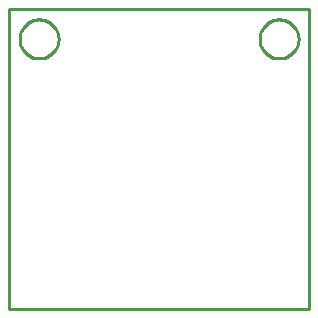
<source format=gko>
G04 EAGLE Gerber RS-274X export*
G75*
%MOMM*%
%FSLAX34Y34*%
%LPD*%
%IN*%
%IPPOS*%
%AMOC8*
5,1,8,0,0,1.08239X$1,22.5*%
G01*
%ADD10C,0.203200*%
%ADD11C,0.000000*%
%ADD12C,0.254000*%


D10*
X0Y0D02*
X0Y254000D01*
X254000Y254000D01*
X254000Y0D01*
X0Y0D01*
D11*
X8890Y228600D02*
X8895Y229005D01*
X8910Y229410D01*
X8935Y229815D01*
X8970Y230218D01*
X9014Y230621D01*
X9069Y231023D01*
X9133Y231423D01*
X9207Y231821D01*
X9291Y232217D01*
X9385Y232612D01*
X9488Y233003D01*
X9601Y233393D01*
X9723Y233779D01*
X9855Y234162D01*
X9996Y234542D01*
X10147Y234918D01*
X10306Y235291D01*
X10475Y235659D01*
X10653Y236023D01*
X10839Y236383D01*
X11035Y236738D01*
X11239Y237088D01*
X11451Y237433D01*
X11672Y237772D01*
X11902Y238107D01*
X12139Y238435D01*
X12384Y238757D01*
X12638Y239074D01*
X12898Y239384D01*
X13167Y239687D01*
X13443Y239984D01*
X13726Y240274D01*
X14016Y240557D01*
X14313Y240833D01*
X14616Y241102D01*
X14926Y241362D01*
X15243Y241616D01*
X15565Y241861D01*
X15893Y242098D01*
X16228Y242328D01*
X16567Y242549D01*
X16912Y242761D01*
X17262Y242965D01*
X17617Y243161D01*
X17977Y243347D01*
X18341Y243525D01*
X18709Y243694D01*
X19082Y243853D01*
X19458Y244004D01*
X19838Y244145D01*
X20221Y244277D01*
X20607Y244399D01*
X20997Y244512D01*
X21388Y244615D01*
X21783Y244709D01*
X22179Y244793D01*
X22577Y244867D01*
X22977Y244931D01*
X23379Y244986D01*
X23782Y245030D01*
X24185Y245065D01*
X24590Y245090D01*
X24995Y245105D01*
X25400Y245110D01*
X25805Y245105D01*
X26210Y245090D01*
X26615Y245065D01*
X27018Y245030D01*
X27421Y244986D01*
X27823Y244931D01*
X28223Y244867D01*
X28621Y244793D01*
X29017Y244709D01*
X29412Y244615D01*
X29803Y244512D01*
X30193Y244399D01*
X30579Y244277D01*
X30962Y244145D01*
X31342Y244004D01*
X31718Y243853D01*
X32091Y243694D01*
X32459Y243525D01*
X32823Y243347D01*
X33183Y243161D01*
X33538Y242965D01*
X33888Y242761D01*
X34233Y242549D01*
X34572Y242328D01*
X34907Y242098D01*
X35235Y241861D01*
X35557Y241616D01*
X35874Y241362D01*
X36184Y241102D01*
X36487Y240833D01*
X36784Y240557D01*
X37074Y240274D01*
X37357Y239984D01*
X37633Y239687D01*
X37902Y239384D01*
X38162Y239074D01*
X38416Y238757D01*
X38661Y238435D01*
X38898Y238107D01*
X39128Y237772D01*
X39349Y237433D01*
X39561Y237088D01*
X39765Y236738D01*
X39961Y236383D01*
X40147Y236023D01*
X40325Y235659D01*
X40494Y235291D01*
X40653Y234918D01*
X40804Y234542D01*
X40945Y234162D01*
X41077Y233779D01*
X41199Y233393D01*
X41312Y233003D01*
X41415Y232612D01*
X41509Y232217D01*
X41593Y231821D01*
X41667Y231423D01*
X41731Y231023D01*
X41786Y230621D01*
X41830Y230218D01*
X41865Y229815D01*
X41890Y229410D01*
X41905Y229005D01*
X41910Y228600D01*
X41905Y228195D01*
X41890Y227790D01*
X41865Y227385D01*
X41830Y226982D01*
X41786Y226579D01*
X41731Y226177D01*
X41667Y225777D01*
X41593Y225379D01*
X41509Y224983D01*
X41415Y224588D01*
X41312Y224197D01*
X41199Y223807D01*
X41077Y223421D01*
X40945Y223038D01*
X40804Y222658D01*
X40653Y222282D01*
X40494Y221909D01*
X40325Y221541D01*
X40147Y221177D01*
X39961Y220817D01*
X39765Y220462D01*
X39561Y220112D01*
X39349Y219767D01*
X39128Y219428D01*
X38898Y219093D01*
X38661Y218765D01*
X38416Y218443D01*
X38162Y218126D01*
X37902Y217816D01*
X37633Y217513D01*
X37357Y217216D01*
X37074Y216926D01*
X36784Y216643D01*
X36487Y216367D01*
X36184Y216098D01*
X35874Y215838D01*
X35557Y215584D01*
X35235Y215339D01*
X34907Y215102D01*
X34572Y214872D01*
X34233Y214651D01*
X33888Y214439D01*
X33538Y214235D01*
X33183Y214039D01*
X32823Y213853D01*
X32459Y213675D01*
X32091Y213506D01*
X31718Y213347D01*
X31342Y213196D01*
X30962Y213055D01*
X30579Y212923D01*
X30193Y212801D01*
X29803Y212688D01*
X29412Y212585D01*
X29017Y212491D01*
X28621Y212407D01*
X28223Y212333D01*
X27823Y212269D01*
X27421Y212214D01*
X27018Y212170D01*
X26615Y212135D01*
X26210Y212110D01*
X25805Y212095D01*
X25400Y212090D01*
X24995Y212095D01*
X24590Y212110D01*
X24185Y212135D01*
X23782Y212170D01*
X23379Y212214D01*
X22977Y212269D01*
X22577Y212333D01*
X22179Y212407D01*
X21783Y212491D01*
X21388Y212585D01*
X20997Y212688D01*
X20607Y212801D01*
X20221Y212923D01*
X19838Y213055D01*
X19458Y213196D01*
X19082Y213347D01*
X18709Y213506D01*
X18341Y213675D01*
X17977Y213853D01*
X17617Y214039D01*
X17262Y214235D01*
X16912Y214439D01*
X16567Y214651D01*
X16228Y214872D01*
X15893Y215102D01*
X15565Y215339D01*
X15243Y215584D01*
X14926Y215838D01*
X14616Y216098D01*
X14313Y216367D01*
X14016Y216643D01*
X13726Y216926D01*
X13443Y217216D01*
X13167Y217513D01*
X12898Y217816D01*
X12638Y218126D01*
X12384Y218443D01*
X12139Y218765D01*
X11902Y219093D01*
X11672Y219428D01*
X11451Y219767D01*
X11239Y220112D01*
X11035Y220462D01*
X10839Y220817D01*
X10653Y221177D01*
X10475Y221541D01*
X10306Y221909D01*
X10147Y222282D01*
X9996Y222658D01*
X9855Y223038D01*
X9723Y223421D01*
X9601Y223807D01*
X9488Y224197D01*
X9385Y224588D01*
X9291Y224983D01*
X9207Y225379D01*
X9133Y225777D01*
X9069Y226177D01*
X9014Y226579D01*
X8970Y226982D01*
X8935Y227385D01*
X8910Y227790D01*
X8895Y228195D01*
X8890Y228600D01*
X212090Y228600D02*
X212095Y229005D01*
X212110Y229410D01*
X212135Y229815D01*
X212170Y230218D01*
X212214Y230621D01*
X212269Y231023D01*
X212333Y231423D01*
X212407Y231821D01*
X212491Y232217D01*
X212585Y232612D01*
X212688Y233003D01*
X212801Y233393D01*
X212923Y233779D01*
X213055Y234162D01*
X213196Y234542D01*
X213347Y234918D01*
X213506Y235291D01*
X213675Y235659D01*
X213853Y236023D01*
X214039Y236383D01*
X214235Y236738D01*
X214439Y237088D01*
X214651Y237433D01*
X214872Y237772D01*
X215102Y238107D01*
X215339Y238435D01*
X215584Y238757D01*
X215838Y239074D01*
X216098Y239384D01*
X216367Y239687D01*
X216643Y239984D01*
X216926Y240274D01*
X217216Y240557D01*
X217513Y240833D01*
X217816Y241102D01*
X218126Y241362D01*
X218443Y241616D01*
X218765Y241861D01*
X219093Y242098D01*
X219428Y242328D01*
X219767Y242549D01*
X220112Y242761D01*
X220462Y242965D01*
X220817Y243161D01*
X221177Y243347D01*
X221541Y243525D01*
X221909Y243694D01*
X222282Y243853D01*
X222658Y244004D01*
X223038Y244145D01*
X223421Y244277D01*
X223807Y244399D01*
X224197Y244512D01*
X224588Y244615D01*
X224983Y244709D01*
X225379Y244793D01*
X225777Y244867D01*
X226177Y244931D01*
X226579Y244986D01*
X226982Y245030D01*
X227385Y245065D01*
X227790Y245090D01*
X228195Y245105D01*
X228600Y245110D01*
X229005Y245105D01*
X229410Y245090D01*
X229815Y245065D01*
X230218Y245030D01*
X230621Y244986D01*
X231023Y244931D01*
X231423Y244867D01*
X231821Y244793D01*
X232217Y244709D01*
X232612Y244615D01*
X233003Y244512D01*
X233393Y244399D01*
X233779Y244277D01*
X234162Y244145D01*
X234542Y244004D01*
X234918Y243853D01*
X235291Y243694D01*
X235659Y243525D01*
X236023Y243347D01*
X236383Y243161D01*
X236738Y242965D01*
X237088Y242761D01*
X237433Y242549D01*
X237772Y242328D01*
X238107Y242098D01*
X238435Y241861D01*
X238757Y241616D01*
X239074Y241362D01*
X239384Y241102D01*
X239687Y240833D01*
X239984Y240557D01*
X240274Y240274D01*
X240557Y239984D01*
X240833Y239687D01*
X241102Y239384D01*
X241362Y239074D01*
X241616Y238757D01*
X241861Y238435D01*
X242098Y238107D01*
X242328Y237772D01*
X242549Y237433D01*
X242761Y237088D01*
X242965Y236738D01*
X243161Y236383D01*
X243347Y236023D01*
X243525Y235659D01*
X243694Y235291D01*
X243853Y234918D01*
X244004Y234542D01*
X244145Y234162D01*
X244277Y233779D01*
X244399Y233393D01*
X244512Y233003D01*
X244615Y232612D01*
X244709Y232217D01*
X244793Y231821D01*
X244867Y231423D01*
X244931Y231023D01*
X244986Y230621D01*
X245030Y230218D01*
X245065Y229815D01*
X245090Y229410D01*
X245105Y229005D01*
X245110Y228600D01*
X245105Y228195D01*
X245090Y227790D01*
X245065Y227385D01*
X245030Y226982D01*
X244986Y226579D01*
X244931Y226177D01*
X244867Y225777D01*
X244793Y225379D01*
X244709Y224983D01*
X244615Y224588D01*
X244512Y224197D01*
X244399Y223807D01*
X244277Y223421D01*
X244145Y223038D01*
X244004Y222658D01*
X243853Y222282D01*
X243694Y221909D01*
X243525Y221541D01*
X243347Y221177D01*
X243161Y220817D01*
X242965Y220462D01*
X242761Y220112D01*
X242549Y219767D01*
X242328Y219428D01*
X242098Y219093D01*
X241861Y218765D01*
X241616Y218443D01*
X241362Y218126D01*
X241102Y217816D01*
X240833Y217513D01*
X240557Y217216D01*
X240274Y216926D01*
X239984Y216643D01*
X239687Y216367D01*
X239384Y216098D01*
X239074Y215838D01*
X238757Y215584D01*
X238435Y215339D01*
X238107Y215102D01*
X237772Y214872D01*
X237433Y214651D01*
X237088Y214439D01*
X236738Y214235D01*
X236383Y214039D01*
X236023Y213853D01*
X235659Y213675D01*
X235291Y213506D01*
X234918Y213347D01*
X234542Y213196D01*
X234162Y213055D01*
X233779Y212923D01*
X233393Y212801D01*
X233003Y212688D01*
X232612Y212585D01*
X232217Y212491D01*
X231821Y212407D01*
X231423Y212333D01*
X231023Y212269D01*
X230621Y212214D01*
X230218Y212170D01*
X229815Y212135D01*
X229410Y212110D01*
X229005Y212095D01*
X228600Y212090D01*
X228195Y212095D01*
X227790Y212110D01*
X227385Y212135D01*
X226982Y212170D01*
X226579Y212214D01*
X226177Y212269D01*
X225777Y212333D01*
X225379Y212407D01*
X224983Y212491D01*
X224588Y212585D01*
X224197Y212688D01*
X223807Y212801D01*
X223421Y212923D01*
X223038Y213055D01*
X222658Y213196D01*
X222282Y213347D01*
X221909Y213506D01*
X221541Y213675D01*
X221177Y213853D01*
X220817Y214039D01*
X220462Y214235D01*
X220112Y214439D01*
X219767Y214651D01*
X219428Y214872D01*
X219093Y215102D01*
X218765Y215339D01*
X218443Y215584D01*
X218126Y215838D01*
X217816Y216098D01*
X217513Y216367D01*
X217216Y216643D01*
X216926Y216926D01*
X216643Y217216D01*
X216367Y217513D01*
X216098Y217816D01*
X215838Y218126D01*
X215584Y218443D01*
X215339Y218765D01*
X215102Y219093D01*
X214872Y219428D01*
X214651Y219767D01*
X214439Y220112D01*
X214235Y220462D01*
X214039Y220817D01*
X213853Y221177D01*
X213675Y221541D01*
X213506Y221909D01*
X213347Y222282D01*
X213196Y222658D01*
X213055Y223038D01*
X212923Y223421D01*
X212801Y223807D01*
X212688Y224197D01*
X212585Y224588D01*
X212491Y224983D01*
X212407Y225379D01*
X212333Y225777D01*
X212269Y226177D01*
X212214Y226579D01*
X212170Y226982D01*
X212135Y227385D01*
X212110Y227790D01*
X212095Y228195D01*
X212090Y228600D01*
D12*
X0Y0D02*
X254000Y0D01*
X254000Y254000D01*
X0Y254000D01*
X0Y0D01*
X41910Y228060D02*
X41839Y226981D01*
X41698Y225909D01*
X41487Y224849D01*
X41208Y223805D01*
X40860Y222781D01*
X40446Y221783D01*
X39968Y220813D01*
X39428Y219877D01*
X38827Y218978D01*
X38169Y218121D01*
X37457Y217308D01*
X36692Y216544D01*
X35879Y215831D01*
X35022Y215173D01*
X34123Y214572D01*
X33187Y214032D01*
X32217Y213554D01*
X31219Y213140D01*
X30195Y212792D01*
X29151Y212513D01*
X28091Y212302D01*
X27019Y212161D01*
X25940Y212090D01*
X24860Y212090D01*
X23781Y212161D01*
X22709Y212302D01*
X21649Y212513D01*
X20605Y212792D01*
X19581Y213140D01*
X18583Y213554D01*
X17613Y214032D01*
X16677Y214572D01*
X15778Y215173D01*
X14921Y215831D01*
X14108Y216544D01*
X13344Y217308D01*
X12631Y218121D01*
X11973Y218978D01*
X11372Y219877D01*
X10832Y220813D01*
X10354Y221783D01*
X9940Y222781D01*
X9592Y223805D01*
X9313Y224849D01*
X9102Y225909D01*
X8961Y226981D01*
X8890Y228060D01*
X8890Y229140D01*
X8961Y230219D01*
X9102Y231291D01*
X9313Y232351D01*
X9592Y233395D01*
X9940Y234419D01*
X10354Y235417D01*
X10832Y236387D01*
X11372Y237323D01*
X11973Y238222D01*
X12631Y239079D01*
X13344Y239892D01*
X14108Y240657D01*
X14921Y241369D01*
X15778Y242027D01*
X16677Y242628D01*
X17613Y243168D01*
X18583Y243646D01*
X19581Y244060D01*
X20605Y244408D01*
X21649Y244687D01*
X22709Y244898D01*
X23781Y245039D01*
X24860Y245110D01*
X25940Y245110D01*
X27019Y245039D01*
X28091Y244898D01*
X29151Y244687D01*
X30195Y244408D01*
X31219Y244060D01*
X32217Y243646D01*
X33187Y243168D01*
X34123Y242628D01*
X35022Y242027D01*
X35879Y241369D01*
X36692Y240657D01*
X37457Y239892D01*
X38169Y239079D01*
X38827Y238222D01*
X39428Y237323D01*
X39968Y236387D01*
X40446Y235417D01*
X40860Y234419D01*
X41208Y233395D01*
X41487Y232351D01*
X41698Y231291D01*
X41839Y230219D01*
X41910Y229140D01*
X41910Y228060D01*
X245110Y228060D02*
X245039Y226981D01*
X244898Y225909D01*
X244687Y224849D01*
X244408Y223805D01*
X244060Y222781D01*
X243646Y221783D01*
X243168Y220813D01*
X242628Y219877D01*
X242027Y218978D01*
X241369Y218121D01*
X240657Y217308D01*
X239892Y216544D01*
X239079Y215831D01*
X238222Y215173D01*
X237323Y214572D01*
X236387Y214032D01*
X235417Y213554D01*
X234419Y213140D01*
X233395Y212792D01*
X232351Y212513D01*
X231291Y212302D01*
X230219Y212161D01*
X229140Y212090D01*
X228060Y212090D01*
X226981Y212161D01*
X225909Y212302D01*
X224849Y212513D01*
X223805Y212792D01*
X222781Y213140D01*
X221783Y213554D01*
X220813Y214032D01*
X219877Y214572D01*
X218978Y215173D01*
X218121Y215831D01*
X217308Y216544D01*
X216544Y217308D01*
X215831Y218121D01*
X215173Y218978D01*
X214572Y219877D01*
X214032Y220813D01*
X213554Y221783D01*
X213140Y222781D01*
X212792Y223805D01*
X212513Y224849D01*
X212302Y225909D01*
X212161Y226981D01*
X212090Y228060D01*
X212090Y229140D01*
X212161Y230219D01*
X212302Y231291D01*
X212513Y232351D01*
X212792Y233395D01*
X213140Y234419D01*
X213554Y235417D01*
X214032Y236387D01*
X214572Y237323D01*
X215173Y238222D01*
X215831Y239079D01*
X216544Y239892D01*
X217308Y240657D01*
X218121Y241369D01*
X218978Y242027D01*
X219877Y242628D01*
X220813Y243168D01*
X221783Y243646D01*
X222781Y244060D01*
X223805Y244408D01*
X224849Y244687D01*
X225909Y244898D01*
X226981Y245039D01*
X228060Y245110D01*
X229140Y245110D01*
X230219Y245039D01*
X231291Y244898D01*
X232351Y244687D01*
X233395Y244408D01*
X234419Y244060D01*
X235417Y243646D01*
X236387Y243168D01*
X237323Y242628D01*
X238222Y242027D01*
X239079Y241369D01*
X239892Y240657D01*
X240657Y239892D01*
X241369Y239079D01*
X242027Y238222D01*
X242628Y237323D01*
X243168Y236387D01*
X243646Y235417D01*
X244060Y234419D01*
X244408Y233395D01*
X244687Y232351D01*
X244898Y231291D01*
X245039Y230219D01*
X245110Y229140D01*
X245110Y228060D01*
M02*

</source>
